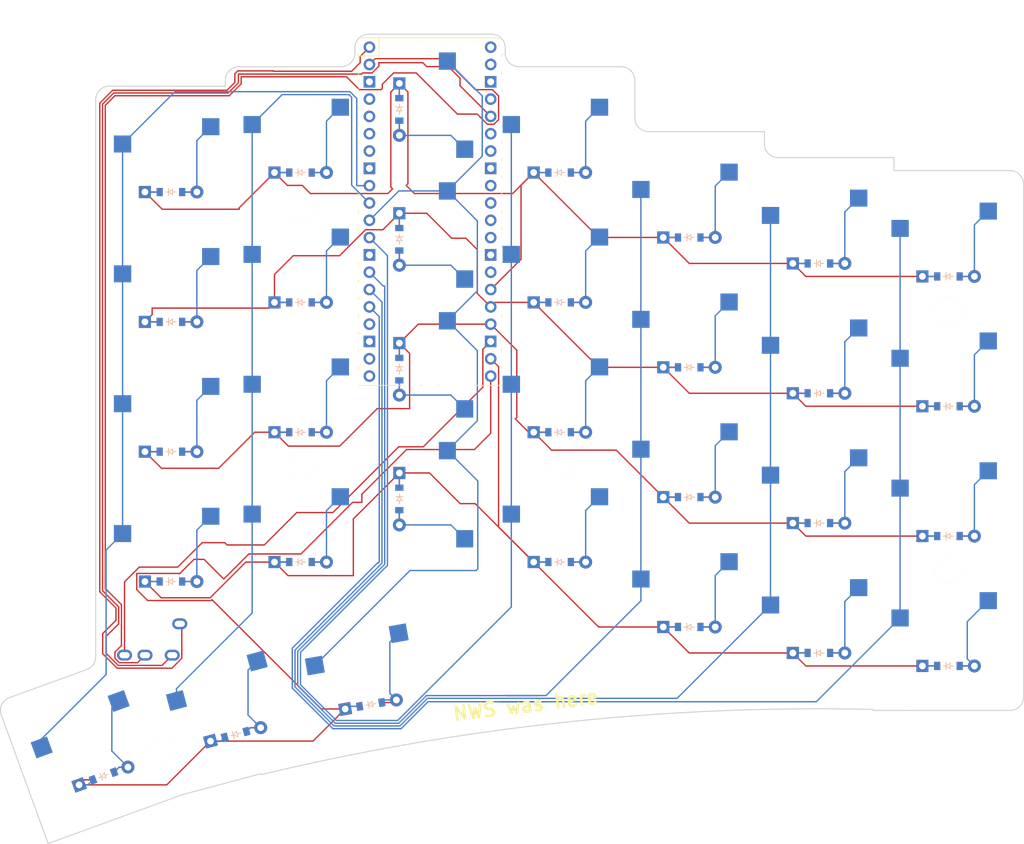
<source format=kicad_pcb>
(kicad_pcb (version 20241229) (generator "pcbnew") (generator_version "9.0")
  (title_block (title "right") (date "2025-08-21") (rev "v1.0.0") (company "Unknown"))
  (layers (0 "F.Cu" signal) (2 "B.Cu" signal) (13 "F.Paste" user) (15 "B.Paste" user) (5 "F.SilkS" user "F.Silkscreen") (7 "B.SilkS" user "B.Silkscreen") (1 "F.Mask" user) (3 "B.Mask" user) (25 "Edge.Cuts" user))
  (net 0 "")
  (net 1 "GP12")
  (net 2 "mirror_reachy_bottom")
  (net 3 "mirror_reachy_home")
  (net 4 "mirror_reachy_top")
  (net 5 "mirror_reachy_num")
  (net 6 "GP11")
  (net 7 "mirror_outer_bottom")
  (net 8 "mirror_outer_home")
  (net 9 "mirror_outer_top")
  (net 10 "mirror_outer_num")
  (net 11 "GP10")
  (net 12 "mirror_pinky_bottom")
  (net 13 "mirror_pinky_home")
  (net 14 "mirror_pinky_top")
  (net 15 "mirror_pinky_num")
  (net 16 "GP9")
  (net 17 "mirror_ring_bottom")
  (net 18 "mirror_ring_home")
  (net 19 "mirror_ring_top")
  (net 20 "mirror_ring_num")
  (net 21 "GP7")
  (net 22 "mirror_index_bottom")
  (net 23 "mirror_index_home")
  (net 24 "mirror_index_top")
  (net 25 "mirror_index_num")
  (net 26 "GP6")
  (net 27 "mirror_inner_bottom")
  (net 28 "mirror_inner_home")
  (net 29 "mirror_inner_top")
  (net 30 "mirror_inner_num")
  (net 31 "GP8")
  (net 32 "mirror_tuck_only")
  (net 33 "mirror_center_only")
  (net 34 "mirror_reach_only")
  (net 35 "mirror_middle_bottom")
  (net 36 "mirror_middle_home")
  (net 37 "mirror_middle_top")
  (net 38 "mirror_middle_num")
  (net 39 "GP17")
  (net 40 "GP18")
  (net 41 "GP19")
  (net 42 "GP20")
  (net 43 "GP16")
  (net 44 "3V3")
  (net 45 "GP0")
  (net 46 "GP1")
  (net 47 "GND")
  (net 48 "GP2")
  (net 49 "GP3")
  (net 50 "GP4")
  (net 51 "GP5")
  (net 52 "GP13")
  (net 53 "GP14")
  (net 54 "GP15")
  (net 55 "GP21")
  (net 56 "GP22")
  (net 57 "GP26")
  (net 58 "GP27")
  (net 59 "GP28")
  (net 60 "RUN")
  (net 61 "ADC_VREF")
  (net 62 "3V3_EN")
  (net 63 "VSYS")
  (net 64 "VBUS")
  (net 65 "AGND")
  (footprint "HOLE_M2_TH" (layer "F.Cu") (at 319 175.235)
    (property "Reference" "")
    (property "Value" "")
  )
  (footprint "ComboDiode" (layer "F.Cu") (at 281 189.26)
    (property "Reference" "D17" (hide yes))
    (property "Value" "" (hide yes))
  )
  (footprint "MX" (layer "F.Cu") (at 300 179.9975 -90)
    (property "Reference" "S28" (hide yes))
    (property "Value" "" (hide yes))
  )
  (footprint "HOLE_M2_TH" (layer "F.Cu") (at 281 175.235)
    (property "Reference" "")
    (property "Value" "")
  )
  (footprint "ComboDiode" (layer "F.Cu") (at 291.306417 210.146635 10)
    (property "Reference" "D25" (hide yes))
    (property "Value" "" (hide yes))
  )
  (footprint "MX" (layer "F.Cu") (at 338 194.285)
    (property "Reference" "S9" (hide yes))
    (property "Value" "" (hide yes))
  )
  (footprint "MX" (layer "F.Cu") (at 290.525 205.715 10)
    (property "Reference" "S25" (hide yes))
    (property "Value" "" (hide yes))
  )
  (footprint "ComboDiode" (layer "F.Cu") (at 271.486443 214.540617 15)
    (property "Reference" "D26" (hide yes))
    (property "Value" "" (hide yes))
  )
  (footprint "ComboDiode" (layer "F.Cu") (at 262 134.9675)
    (property "Reference" "D24" (hide yes))
    (property "Value" "" (hide yes))
  )
  (footprint "ComboDiode" (layer "F.Cu") (at 338 198.785)
    (property "Reference" "D9" (hide yes))
    (property "Value" "" (hide yes))
  )
  (footprint "ComboDiode" (layer "F.Cu") (at 338 160.685)
    (property "Reference" "D11" (hide yes))
    (property "Value" "" (hide yes))
  )
  (footprint "ComboDiode" (layer "F.Cu") (at 376 185.45)
    (property "Reference" "D2" (hide yes))
    (property "Value" "" (hide yes))
  )
  (footprint "ComboDiode" (layer "F.Cu") (at 262 154.0175)
    (property "Reference" "D23" (hide yes))
    (property "Value" "" (hide yes))
  )
  (footprint "MX" (layer "F.Cu") (at 319 146.66)
    (property "Reference" "S15" (hide yes))
    (property "Value" "" (hide yes))
  )
  (footprint "MX" (layer "F.Cu") (at 357 159.995)
    (property "Reference" "S7" (hide yes))
    (property "Value" "" (hide yes))
  )
  (footprint "ComboDiode" (layer "F.Cu") (at 295.5 179.9975 -90)
    (property "Reference" "D28" (hide yes))
    (property "Value" "" (hide yes))
  )
  (footprint "ComboDiode" (layer "F.Cu") (at 357 183.545)
    (property "Reference" "D6" (hide yes))
    (property "Value" "" (hide yes))
  )
  (footprint "MX" (layer "F.Cu") (at 262 130.4675)
    (property "Reference" "S24" (hide yes))
    (property "Value" "" (hide yes))
  )
  (footprint "MX" (layer "F.Cu") (at 319 127.61)
    (property "Reference" "S16" (hide yes))
    (property "Value" "" (hide yes))
  )
  (footprint "MX" (layer "F.Cu") (at 262 149.5175)
    (property "Reference" "S23" (hide yes))
    (property "Value" "" (hide yes))
  )
  (footprint "ComboDiode" (layer "F.Cu") (at 295.5 141.8975 -90)
    (property "Reference" "D30" (hide yes))
    (property "Value" "" (hide yes))
  )
  (footprint "MX" (layer "F.Cu") (at 376 180.95)
    (property "Reference" "S2" (hide yes))
    (property "Value" "" (hide yes))
  )
  (footprint "ComboDiode" (layer "F.Cu") (at 357 145.445)
    (property "Reference" "D8" (hide yes))
    (property "Value" "" (hide yes))
  )
  (footprint "MX" (layer "F.Cu") (at 319 165.71)
    (property "Reference" "S14" (hide yes))
    (property "Value" "" (hide yes))
  )
  (footprint "ComboDiode" (layer "F.Cu") (at 376 166.4)
    (property "Reference" "D3" (hide yes))
    (property "Value" "" (hide yes))
  )
  (footprint "MX" (layer "F.Cu") (at 376 200)
    (property "Reference" "S1" (hide yes))
    (property "Value" "" (hide yes))
  )
  (footprint "ComboDiode" (layer "F.Cu") (at 262 173.0675)
    (property "Reference" "D22" (hide yes))
    (property "Value" "" (hide yes))
  )
  (footprint "HOLE_M2_TH" (layer "F.Cu") (at 281 137.135)
    (property "Reference" "")
    (property "Value" "")
  )
  (footprint "ComboDiode" (layer "F.Cu") (at 295.5 122.8475 -90)
    (property "Reference" "D31" (hide yes))
    (property "Value" "" (hide yes))
  )
  (footprint "ComboDiode" (layer "F.Cu") (at 281 132.11)
    (property "Reference" "D20" (hide yes))
    (property "Value" "" (hide yes))
  )
  (footprint "MX" (layer "F.Cu") (at 281 165.71)
    (property "Reference" "S18" (hide yes))
    (property "Value" "" (hide yes))
  )
  (footprint "MX" (layer "F.Cu") (at 319 184.76)
    (property "Reference" "S13" (hide yes))
    (property "Value" "" (hide yes))
  )
  (footprint "MX" (layer "F.Cu") (at 357 198.095)
    (property "Reference" "S5" (hide yes))
    (property "Value" "" (hide yes))
  )
  (footprint "ComboDiode" (layer "F.Cu") (at 338 179.735)
    (property "Reference" "D10" (hide yes))
    (property "Value" "" (hide yes))
  )
  (footprint "MX" (layer "F.Cu") (at 281 127.61)
    (property "Reference" "S20" (hide yes))
    (property "Value" "" (hide yes))
  )
  (footprint "MX" (layer "F.Cu") (at 300 122.8475 -90)
    (property "Reference" "S31" (hide yes))
    (property "Value" "" (hide yes))
  )
  (footprint "ComboDiode" (layer "F.Cu") (at 295.5 160.9475 -90)
    (property "Reference" "D29" (hide yes))
    (property "Value" "" (hide yes))
  )
  (footprint "MX" (layer "F.Cu") (at 250.585761 216.416687 20)
    (property "Reference" "S27" (hide yes))
    (property "Value" "" (hide yes))
  )
  (footprint "ComboDiode" (layer "F.Cu") (at 319 189.26)
    (property "Reference" "D13" (hide yes))
    (property "Value" "" (hide yes))
  )
  (footprint "MX" (layer "F.Cu") (at 376 161.9)
    (property "Reference" "S3" (hide yes))
    (property "Value" "" (hide yes))
  )
  (footprint "MX" (layer "F.Cu") (at 338 156.185)
    (property "Reference" "S11" (hide yes))
    (property "Value" "" (hide yes))
  )
  (footprint "MX" (layer "F.Cu") (at 338 175.235)
    (property "Reference" "S10" (hide yes))
    (property "Value" "" (hide yes))
  )
  (footprint "ComboDiode" (layer "F.Cu") (at 281 170.21)
    (property "Reference" "D18" (hide yes))
    (property "Value" "" (hide yes))
  )
  (footprint "MX" (layer "F.Cu") (at 262 187.6175)
    (property "Reference" "S21" (hide yes))
    (property "Value" "" (hide yes))
  )
  (footprint "MX" (layer "F.Cu") (at 300 141.8975 -90)
    (property "Reference" "S30" (hide yes))
    (property "Value" "" (hide yes))
  )
  (footprint "MX" (layer "F.Cu") (at 262 168.5675)
    (property "Reference" "S22" (hide yes))
    (property "Value" "" (hide yes))
  )
  (footprint "ComboDiode" (layer "F.Cu") (at 338 141.635)
    (property "Reference" "D12" (hide yes))
    (property "Value" "" (hide yes))
  )
  (footprint "HOLE_M2_TH" (layer "F.Cu") (at 376 152.375)
    (property "Reference" "")
    (property "Value" "")
  )
  (footprint "ComboDiode" (layer "F.Cu") (at 262 192.1175)
    (property "Reference" "D21" (hide yes))
    (property "Value" "" (hide yes))
  )
  (footprint "ComboDiode" (layer "F.Cu") (at 319 170.21)
    (property "Reference" "D14" (hide yes))
    (property "Value" "" (hide yes))
  )
  (footprint "MX" (layer "F.Cu") (at 270.321758 210.193951 15)
    (property "Reference" "S26" (hide yes))
    (property "Value" "" (hide yes))
  )
  (footprint "ComboDiode" (layer "F.Cu") (at 281 151.16)
    (property "Reference" "D19" (hide yes))
    (property "Value" "" (hide yes))
  )
  (footprint "ComboDiode" (layer "F.Cu") (at 357 164.495)
    (property "Reference" "D7" (hide yes))
    (property "Value" "" (hide yes))
  )
  (footprint "MX" (layer "F.Cu") (at 281 184.76)
    (property "Reference" "S17" (hide yes))
    (property "Value" "" (hide yes))
  )
  (footprint "ComboDiode" (layer "F.Cu") (at 357 202.595)
    (property "Reference" "D5" (hide yes))
    (property "Value" "" (hide yes))
  )
  (footprint "HOLE_M2_TH" (layer "F.Cu") (at 260.83943 216.739174 20)
    (property "Reference" "")
    (property "Value" "")
  )
  (footprint "MX" (layer "F.Cu") (at 338 137.135)
    (property "Reference" "S12" (hide yes))
    (property "Value" "" (hide yes))
  )
  (footprint "MX" (layer "F.Cu") (at 281 146.66)
    (property "Reference" "S19" (hide yes))
    (property "Value" "" (hide yes))
  )
  (footprint "ComboDiode" (layer "F.Cu") (at 319 151.16)
    (property "Reference" "D15" (hide yes))
    (property "Value" "" (hide yes))
  )
  (footprint "HOLE_M2_TH" (layer "F.Cu") (at 376 190.475)
    (property "Reference" "")
    (property "Value" "")
  )
  (footprint "ComboDiode" (layer "F.Cu") (at 376 204.5)
    (property "Reference" "D1" (hide yes))
    (property "Value" "" (hide yes))
  )
  (footprint "ComboDiode" (layer "F.Cu") (at 376 147.35)
    (property "Reference" "D4" (hide yes))
    (property "Value" "" (hide yes))
  )
  (footprint "MX" (layer "F.Cu") (at 357 179.045)
    (property "Reference" "S6" (hide yes))
    (property "Value" "" (hide yes))
  )
  (footprint "MX" (layer "F.Cu") (at 300 160.9475 -90)
    (property "Reference" "S29" (hide yes))
    (property "Value" "" (hide yes))
  )
  (footprint "ComboDiode" (layer "F.Cu") (at 252.124852 220.645304 20)
    (property "Reference" "D27" (hide yes))
    (property "Value" "" (hide yes))
  )
  (footprint "RPi_Pico_SMD_TH" (layer "F.Cu") (at 300 137.8475)
    (property "Reference" "_1" (hide yes))
    (property "Value" "RPi_Pico_SMD_TH")
  )
  (footprint "ComboDiode" (layer "F.Cu") (at 319 132.11)
    (property "Reference" "D16" (hide yes))
    (property "Value" "" (hide yes))
  )
  (footprint "MX" (layer "F.Cu") (at 357 140.945)
    (property "Reference" "S8" (hide yes))
    (property "Value" "" (hide yes))
  )
  (footprint "MX" (layer "F.Cu") (at 376 142.85)
    (property "Reference" "S4" (hide yes))
    (property "Value" "" (hide yes))
  )
  (footprint "ceoloide:trrs_pj320a" (layer "B.Cu") (at 252 200.6175 90)
    (property "Reference" "TRRS1" (hide yes))
    (property "Value" "")
  )
  (gr_line (start 368.025 131.825) (end 368.025 129.92) (stroke (width 0.15)) (layer "Edge.Cuts"))
  (gr_arc (start 250.975 203.14204) (mid 250.613289 204.289175) (end 249.65904 205.021426) (stroke (width 0.15)) (layer "Edge.Cuts"))
  (gr_line (start 269.975 118.585) (end 269.975 119.4425) (stroke (width 0.15)) (layer "Edge.Cuts"))
  (gr_line (start 330.025 124.11) (end 330.025 118.585) (stroke (width 0.15)) (layer "Edge.Cuts"))
  (gr_arc (start 351.025 129.92) (mid 349.610786 129.334214) (end 349.025 127.92) (stroke (width 0.15)) (layer "Edge.Cuts"))
  (gr_line (start 249.65904 205.021426) (end 238.334263 209.143307) (stroke (width 0.15)) (layer "Edge.Cuts"))
  (gr_arc (start 385.025 131.825) (mid 386.439214 132.410786) (end 387.025 133.825) (stroke (width 0.15)) (layer "Edge.Cuts"))
  (gr_line (start 250.975 203.14204) (end 250.975 121.4425) (stroke (width 0.15)) (layer "Edge.Cuts"))
  (gr_line (start 364.975 210.878445) (end 364.975 211.025) (stroke (width 0.15)) (layer "Edge.Cuts"))
  (gr_line (start 311.025 114.585) (end 311.025 113.8225) (stroke (width 0.15)) (layer "Edge.Cuts"))
  (gr_line (start 263.636354 223.399219) (end 275.199969 220.300758) (stroke (width 0.15)) (layer "Edge.Cuts"))
  (gr_arc (start 328.025 116.585) (mid 329.439214 117.170786) (end 330.025 118.585) (stroke (width 0.15)) (layer "Edge.Cuts"))
  (gr_line (start 364.975 211.025) (end 369.848094 211.025) (stroke (width 0.15)) (layer "Edge.Cuts"))
  (gr_line (start 243.996422 230.54757) (end 263.636354 223.399219) (stroke (width 0.15)) (layer "Edge.Cuts"))
  (gr_line (start 269.975 119.4425) (end 252.975 119.4425) (stroke (width 0.15)) (layer "Edge.Cuts"))
  (gr_arc (start 369.848094 211.025) (mid 370.0674 211.033193) (end 370.286701 211.041524) (stroke (width 0.15)) (layer "Edge.Cuts"))
  (gr_arc (start 313.025 116.585) (mid 311.610786 115.999214) (end 311.025 114.585) (stroke (width 0.15)) (layer "Edge.Cuts"))
  (gr_line (start 387.025 209.025) (end 387.025 133.825) (stroke (width 0.15)) (layer "Edge.Cuts"))
  (gr_arc (start 269.975 118.585) (mid 270.560786 117.170786) (end 271.975 116.585) (stroke (width 0.15)) (layer "Edge.Cuts"))
  (gr_line (start 288.975 113.8225) (end 288.975 114.585) (stroke (width 0.15)) (layer "Edge.Cuts"))
  (gr_arc (start 288.975 114.585) (mid 288.389214 115.999214) (end 286.975 116.585) (stroke (width 0.15)) (layer "Edge.Cuts"))
  (gr_line (start 309.025 111.8225) (end 290.975 111.8225) (stroke (width 0.15)) (layer "Edge.Cuts"))
  (gr_arc (start 275.225539 220.445772) (mid 319.790574 212.75691) (end 364.975 210.878445) (stroke (width 0.15)) (layer "Edge.Cuts"))
  (gr_line (start 368.025 129.92) (end 351.025 129.92) (stroke (width 0.15)) (layer "Edge.Cuts"))
  (gr_line (start 385.025 131.825) (end 368.025 131.825) (stroke (width 0.15)) (layer "Edge.Cuts"))
  (gr_line (start 349.025 127.92) (end 349.025 126.11) (stroke (width 0.15)) (layer "Edge.Cuts"))
  (gr_line (start 286.975 116.585) (end 271.975 116.585) (stroke (width 0.15)) (layer "Edge.Cuts"))
  (gr_line (start 349.025 126.11) (end 332.025 126.11) (stroke (width 0.15)) (layer "Edge.Cuts"))
  (gr_line (start 370.286701 211.041524) (end 370.283787 211.025) (stroke (width 0.15)) (layer "Edge.Cuts"))
  (gr_line (start 237.138918 211.706733) (end 243.996422 230.54757) (stroke (width 0.15)) (layer "Edge.Cuts"))
  (gr_arc (start 387.025 209.025) (mid 386.439214 210.439214) (end 385.025 211.025) (stroke (width 0.15)) (layer "Edge.Cuts"))
  (gr_arc (start 309.025 111.8225) (mid 310.439214 112.408286) (end 311.025 113.8225) (stroke (width 0.15)) (layer "Edge.Cuts"))
  (gr_line (start 370.283787 211.025) (end 385.025 211.025) (stroke (width 0.15)) (layer "Edge.Cuts"))
  (gr_arc (start 250.975 121.4425) (mid 251.560786 120.028286) (end 252.975 119.4425) (stroke (width 0.15)) (layer "Edge.Cuts"))
  (gr_arc (start 237.138918 211.706733) (mid 237.205692 210.177461) (end 238.334263 209.143307) (stroke (width 0.15)) (layer "Edge.Cuts"))
  (gr_line (start 275.199969 220.300758) (end 275.225539 220.445772) (stroke (width 0.15)) (layer "Edge.Cuts"))
  (gr_arc (start 332.025 126.11) (mid 330.610786 125.524214) (end 330.025 124.11) (stroke (width 0.15)) (layer "Edge.Cuts"))
  (gr_line (start 328.025 116.585) (end 313.025 116.585) (stroke (width 0.15)) (layer "Edge.Cuts"))
  (gr_arc (start 288.975 113.8225) (mid 289.560786 112.408286) (end 290.975 111.8225) (stroke (width 0.15)) (layer "Edge.Cuts"))
  (gr_text "NWS was here" (at 303.170538 211.608663 7) (layer "F.SilkS") (effects (font (size 2 2) (thickness 0.4)) (justify left)))
  (segment (start 279.797 201.8859) (end 292.28355 189.39935) (width 0.2) (layer "B.Cu") (net 1))
  (segment (start 310.5 209.75) (end 310.25 209.75) (width 0.2) (layer "B.Cu") (net 1))
  (segment (start 368.915 140.31) (end 368.915 197.46) (width 0.2) (layer "B.Cu") (net 1))
  (segment (start 316.75 209.75) (end 314.5 209.75) (width 0.2) (layer "B.Cu") (net 1))
  (segment (start 314 209.75) (end 310.5 209.75) (width 0.2) (layer "B.Cu") (net 1))
  (segment (start 368.915 197.46) (end 356.625 209.75) (width 0.2) (layer "B.Cu") (net 1))
  (segment (start 295.7483 213.703) (end 285.7517 213.703) (width 0.2) (layer "B.Cu") (net 1))
  (segment (start 310.25 209.75) (end 299.7013 209.75) (width 0.2) (layer "B.Cu") (net 1))
  (segment (start 279.797 207.7483) (end 279.797 201.8859) (width 0.2) (layer "B.Cu") (net 1))
  (segment (start 314.5 209.75) (end 314 209.75) (width 0.2) (layer "B.Cu") (net 1))
  (segment (start 356.625 209.75) (end 316.75 209.75) (width 0.2) (layer "B.Cu") (net 1))
  (segment (start 292.28355 189.39935) (end 292.39935 189.39935) (width 0.2) (layer "B.Cu") (net 1))
  (segment (start 292.547 189.2517) (end 292.547 153.2545) (width 0.2) (layer "B.Cu") (net 1))
  (segment (start 292.39935 189.39935) (end 292.547 189.2517) (width 0.2) (layer "B.Cu") (net 1))
  (segment (start 292.547 153.2545) (end 291.11 151.8175) (width 0.2) (layer "B.Cu") (net 1))
  (segment (start 285.7517 213.703) (end 279.797 207.7483) (width 0.2) (layer "B.Cu") (net 1))
  (segment (start 310.25 209.75) (end 316.75 209.75) (width 0.2) (layer "B.Cu") (net 1))
  (segment (start 299.7013 209.75) (end 295.7483 213.703) (width 0.2) (layer "B.Cu") (net 1))
  (segment (start 314.5 209.75) (end 310.5 209.75) (width 0.2) (layer "B.Cu") (net 1))
  (segment (start 379.81 204.5) (end 377.65 204.5) (width 0.2) (layer "F.Cu") (net 2))
  (segment (start 381.842 194.92) (end 378.762 198) (width 0.2) (layer "B.Cu") (net 2))
  (segment (start 378.762 203.452) (end 379.81 204.5) (width 0.2) (layer "B.Cu") (net 2))
  (segment (start 379.81 204.5) (end 377.65 204.5) (width 0.2) (layer "B.Cu") (net 2))
  (segment (start 378.762 198) (end 378.762 203.452) (width 0.2) (layer "B.Cu") (net 2))
  (segment (start 379.81 185.45) (end 377.65 185.45) (width 0.2) (layer "F.Cu") (net 3))
  (segment (start 381.842 175.87) (end 379.81 177.902) (width 0.2) (layer "B.Cu") (net 3))
  (segment (start 379.81 177.902) (end 379.81 185.45) (width 0.2) (layer "B.Cu") (net 3))
  (segment (start 377.65 185.45) (end 379.81 185.45) (width 0.2) (layer "B.Cu") (net 3))
  (segment (start 379.81 166.4) (end 377.65 166.4) (width 0.2) (layer "F.Cu") (net 4))
  (segment (start 381.842 156.82) (end 379.81 158.852) (width 0.2) (layer "B.Cu") (net 4))
  (segment (start 379.81 158.852) (end 379.81 166.4) (width 0.2) (layer "B.Cu") (net 4))
  (segment (start 379.81 166.4) (end 377.65 166.4) (width 0.2) (layer "B.Cu") (net 4))
  (segment (start 379.81 147.35) (end 377.65 147.35) (width 0.2) (layer "F.Cu") (net 5))
  (segment (start 381.842 137.77) (end 379.81 139.802) (width 0.2) (layer "B.Cu") (net 5))
  (segment (start 379.81 139.802) (end 379.81 147.35) (width 0.2) (layer "B.Cu") (net 5))
  (segment (start 377.65 147.35) (end 379.81 147.35) (width 0.2) (layer "B.Cu") (net 5))
  (segment (start 299.6342 209.25) (end 311.5 209.25) (width 0.2) (layer "B.Cu") (net 6))
  (segment (start 280.198 202.1678) (end 280.198 207.5822) (width 0.2) (layer "B.Cu") (net 6))
  (segment (start 349.915 195.555) (end 336.22 209.25) (width 0.2) (layer "B.Cu") (net 6))
  (segment (start 311.5 209.25) (end 315.5 209.25) (width 0.2) (layer "B.Cu") (net 6))
  (segment (start 315.5 209.25) (end 314.25 209.25) (width 0.2) (layer "B.Cu") (net 6))
  (segment (start 314.25 209.25) (end 311.5 209.25) (width 0.2) (layer "B.Cu") (net 6))
  (segment (start 291.11 149.2775) (end 292.948 151.1155) (width 0.2) (layer "B.Cu") (net 6))
  (segment (start 336.22 209.25) (end 315.5 209.25) (width 0.2) (layer "B.Cu") (net 6))
  (segment (start 292.948 189.4178) (end 280.198 202.1678) (width 0.2) (layer "B.Cu") (net 6))
  (segment (start 292.948 151.1155) (end 292.948 189.4178) (width 0.2) (layer "B.Cu") (net 6))
  (segment (start 295.5822 213.302) (end 299.6342 209.25) (width 0.2) (layer "B.Cu") (net 6))
  (segment (start 280.198 207.5822) (end 285.9178 213.302) (width 0.2) (layer "B.Cu") (net 6))
  (segment (start 285.9178 213.302) (end 295.5822 213.302) (width 0.2) (layer "B.Cu") (net 6))
  (segment (start 349.915 138.405) (end 349.915 195.555) (width 0.2) (layer "B.Cu") (net 6))
  (segment (start 360.81 202.595) (end 358.65 202.595) (width 0.2) (layer "F.Cu") (net 7))
  (segment (start 360.81 195.047) (end 360.81 202.595) (width 0.2) (layer "B.Cu") (net 7))
  (segment (start 360.81 202.595) (end 358.65 202.595) (width 0.2) (layer "B.Cu") (net 7))
  (segment (start 362.842 193.015) (end 360.81 195.047) (width 0.2) (layer "B.Cu") (net 7))
  (segment (start 360.81 183.545) (end 358.65 183.545) (width 0.2) (layer "F.Cu") (net 8))
  (segment (start 358.65 183.545) (end 360.81 183.545) (width 0.2) (layer "B.Cu") (net 8))
  (segment (start 362.842 173.965) (end 360.81 175.997) (width 0.2) (layer "B.Cu") (net 8))
  (segment (start 360.81 175.997) (end 360.81 183.545) (width 0.2) (layer "B.Cu") (net 8))
  (segment (start 360.81 164.495) (end 358.65 164.495) (width 0.2) (layer "F.Cu") (net 9))
  (segment (start 360.81 164.495) (end 358.65 164.495) (width 0.2) (layer "B.Cu") (net 9))
  (segment (start 362.842 154.915) (end 360.81 156.947) (width 0.2) (layer "B.Cu") (net 9))
  (segment (start 360.81 156.947) (end 360.81 164.495) (width 0.2) (layer "B.Cu") (net 9))
  (segment (start 360.81 145.445) (end 358.65 145.445) (width 0.2) (layer "F.Cu") (net 10))
  (segment (start 362.842 135.865) (end 360.81 137.897) (width 0.2) (layer "B.Cu") (net 10))
  (segment (start 360.81 137.897) (end 360.81 145.445) (width 0.2) (layer "B.Cu") (net 10))
  (segment (start 358.65 145.445) (end 360.81 145.445) (width 0.2) (layer "B.Cu") (net 10))
  (segment (start 313.5 208.849) (end 311.25 208.849) (width 0.2) (layer "B.Cu") (net 11))
  (segment (start 330.915 194.934) (end 317 208.849) (width 0.2) (layer "B.Cu") (net 11))
  (segment (start 330.915 134.595) (end 330.915 191.745) (width 0.2) (layer "B.Cu") (net 11))
  (segment (start 295.4161 212.901) (end 286.0839 212.901) (width 0.2) (layer "B.Cu") (net 11))
  (segment (start 293.349 148.75) (end 293.1225 148.75) (width 0.2) (layer "B.Cu") (net 11))
  (segment (start 311.25 208.849) (end 299.4681 208.849) (width 0.2) (layer "B.Cu") (net 11))
  (segment (start 315.75 208.849) (end 311.25 208.849) (width 0.2) (layer "B.Cu") (net 11))
  (segment (start 293.349 189.5839) (end 293.349 148.75) (width 0.2) (layer "B.Cu") (net 11))
  (segment (start 315.75 208.849) (end 313.5 208.849) (width 0.2) (layer "B.Cu") (net 11))
  (segment (start 280.599 202.3339) (end 293.349 189.5839) (width 0.2) (layer "B.Cu") (net 11))
  (segment (start 286.0839 212.901) (end 280.599 207.4161) (width 0.2) (layer "B.Cu") (net 11))
  (segment (start 299.4681 208.849) (end 295.4161 212.901) (width 0.2) (layer "B.Cu") (net 11))
  (segment (start 330.915 191.745) (end 330.915 194.934) (width 0.2) (layer "B.Cu") (net 11))
  (segment (start 293.1225 148.75) (end 291.11 146.7375) (width 0.2) (layer "B.Cu") (net 11))
  (segment (start 317 208.849) (end 315.75 208.849) (width 0.2) (layer "B.Cu") (net 11))
  (segment (start 280.599 207.4161) (end 280.599 202.3339) (width 0.2) (layer "B.Cu") (net 11))
  (segment (start 341.81 198.785) (end 339.65 198.785) (width 0.2) (layer "F.Cu") (net 12))
  (segment (start 343.842 189.205) (end 341.81 191.237) (width 0.2) (layer "B.Cu") (net 12))
  (segment (start 341.81 191.237) (end 341.81 198.785) (width 0.2) (layer "B.Cu") (net 12))
  (segment (start 341.81 198.785) (end 339.65 198.785) (width 0.2) (layer "B.Cu") (net 12))
  (segment (start 341.81 179.735) (end 339.65 179.735) (width 0.2) (layer "F.Cu") (net 13))
  (segment (start 341.81 179.735) (end 339.65 179.735) (width 0.2) (layer "B.Cu") (net 13))
  (segment (start 343.842 170.155) (end 341.81 172.187) (width 0.2) (layer "B.Cu") (net 13))
  (segment (start 341.81 172.187) (end 341.81 179.735) (width 0.2) (layer "B.Cu") (net 13))
  (segment (start 341.81 160.685) (end 339.65 160.685) (width 0.2) (layer "F.Cu") (net 14))
  (segment (start 341.81 160.685) (end 339.65 160.685) (width 0.2) (layer "B.Cu") (net 14))
  (segment (start 343.842 151.105) (end 341.81 153.137) (width 0.2) (layer "B.Cu") (net 14))
  (segment (start 341.81 153.137) (end 341.81 160.685) (width 0.2) (layer "B.Cu") (net 14))
  (segment (start 341.81 141.635) (end 339.65 141.635) (width 0.2) (layer "F.Cu") (net 15))
  (segment (start 343.842 132.055) (end 341.81 134.087) (width 0.2) (layer "B.Cu") (net 15))
  (segment (start 341.81 141.635) (end 339.65 141.635) (width 0.2) (layer "B.Cu") (net 15))
  (segment (start 341.81 134.087) (end 341.81 141.635) (width 0.2) (layer "B.Cu") (net 15))
  (segment (start 295.25 212.5) (end 286.25 212.5) (width 0.2) (layer "B.Cu") (net 16))
  (segment (start 311.915 195.835) (end 295.25 212.5) (width 0.2) (layer "B.Cu") (net 16))
  (segment (start 293.75 144.2975) (end 291.11 141.6575) (width 0.2) (layer "B.Cu") (net 16))
  (segment (start 311.915 182.22) (end 311.915 195.835) (width 0.2) (layer "B.Cu") (net 16))
  (segment (start 286.25 212.5) (end 281 207.25) (width 0.2) (layer "B.Cu") (net 16))
  (segment (start 281 207.25) (end 281 202.5) (width 0.2) (layer "B.Cu") (net 16))
  (segment (start 281 202.5) (end 293.75 189.75) (width 0.2) (layer "B.Cu") (net 16))
  (segment (start 311.915 125.07) (end 311.915 182.22) (width 0.2) (layer "B.Cu") (net 16))
  (segment (start 293.75 189.75) (end 293.75 144.2975) (width 0.2) (layer "B.Cu") (net 16))
  (segment (start 322.81 189.26) (end 320.65 189.26) (width 0.2) (layer "F.Cu") (net 17))
  (segment (start 322.81 189.26) (end 320.65 189.26) (width 0.2) (layer "B.Cu") (net 17))
  (segment (start 324.842 179.68) (end 322.81 181.712) (width 0.2) (layer "B.Cu") (net 17))
  (segment (start 322.81 181.712) (end 322.81 189.26) (width 0.2) (layer "B.Cu") (net 17))
  (segment (start 322.81 170.21) (end 320.65 170.21) (width 0.2) (layer "F.Cu") (net 18))
  (segment (start 322.81 162.662) (end 322.81 170.21) (width 0.2) (layer "B.Cu") (net 18))
  (segment (start 320.65 170.21) (end 322.81 170.21) (width 0.2) (layer "B.Cu") (net 18))
  (segment (start 324.842 160.63) (end 322.81 162.662) (width 0.2) (layer "B.Cu") (net 18))
  (segment (start 322.81 151.16) (end 320.65 151.16) (width 0.2) (layer "F.Cu") (net 19))
  (segment (start 322.81 151.16) (end 320.65 151.16) (width 0.2) (layer "B.Cu") (net 19))
  (segment (start 324.842 141.58) (end 322.81 143.612) (width 0.2) (layer "B.Cu") (net 19))
  (segment (start 322.81 143.612) (end 322.81 151.16) (width 0.2) (layer "B.Cu") (net 19))
  (segment (start 322.81 132.11) (end 320.65 132.11) (width 0.2) (layer "F.Cu") (net 20))
  (segment (start 324.842 122.53) (end 322.81 124.562) (width 0.2) (layer "B.Cu") (net 20))
  (segment (start 322.81 132.11) (end 320.65 132.11) (width 0.2) (layer "B.Cu") (net 20))
  (segment (start 322.81 124.562) (end 322.81 132.11) (width 0.2) (layer "B.Cu") (net 20))
  (segment (start 273.915 196.733464) (end 262.820773 207.827691) (width 0.2) (layer "B.Cu") (net 21))
  (segment (start 288.5 133.9675) (end 291.11 136.5775) (width 0.2) (layer "B.Cu") (net 21))
  (segment (start 273.915 125.07) (end 278.306 120.679) (width 0.2) (layer "B.Cu") (net 21))
  (segment (start 278.306 120.679) (end 288.118 120.679) (width 0.2) (layer "B.Cu") (net 21))
  (segment (start 288.118 120.679) (end 288.5 121.061) (width 0.2) (layer "B.Cu") (net 21))
  (segment (start 273.915 182.22) (end 273.915 196.733464) (width 0.2) (layer "B.Cu") (net 21))
  (segment (start 273.915 125.07) (end 273.915 182.22) (width 0.2) (layer "B.Cu") (net 21))
  (segment (start 288.5 121.061) (end 288.5 133.9675) (width 0.2) (layer "B.Cu") (net 21))
  (segment (start 262.820773 207.827691) (end 262.820773 209.574232) (width 0.2) (layer "B.Cu") (net 21))
  (segment (start 284.81 189.26) (end 282.65 189.26) (width 0.2) (layer "F.Cu") (net 22))
  (segment (start 286.842 179.68) (end 284.81 181.712) (width 0.2) (layer "B.Cu") (net 22))
  (segment (start 284.81 189.26) (end 282.65 189.26) (width 0.2) (layer "B.Cu") (net 22))
  (segment (start 284.81 181.712) (end 284.81 189.26) (width 0.2) (layer "B.Cu") (net 22))
  (segment (start 282.65 170.21) (end 284.81 170.21) (width 0.2) (layer "F.Cu") (net 23))
  (segment (start 286.842 160.63) (end 284.81 162.662) (width 0.2) (layer "B.Cu") (net 23))
  (segment (start 284.81 162.662) (end 284.81 170.21) (width 0.2) (layer "B.Cu") (net 23))
  (segment (start 284.81 170.21) (end 282.65 170.21) (width 0.2) (layer "B.Cu") (net 23))
  (segment (start 284.81 151.16) (end 282.65 151.16) (width 0.2) (layer "F.Cu") (net 24))
  (segment (start 286.842 141.58) (end 284.81 143.612) (width 0.2) (layer "B.Cu") (net 24))
  (segment (start 284.81 143.612) (end 284.81 151.16) (width 0.2) (layer "B.Cu") (net 24))
  (segment (start 282.65 151.16) (end 284.81 151.16) (width 0.2) (layer "B.Cu") (net 24))
  (segment (start 284.81 132.11) (end 282.65 132.11) (width 0.2) (layer "F.Cu") (net 25))
  (segment (start 284.81 132.11) (end 282.65 132.11) (width 0.2) (layer "B.Cu") (net 25))
  (segment (start 284.81 124.562) (end 284.81 132.11) (width 0.2) (layer "B.Cu") (net 25))
  (segment (start 286.842 122.53) (end 284.81 124.562) (width 0.2) (layer "B.Cu") (net 25))
  (segment (start 254.915 127.9275) (end 254.915 185.0775) (width 0.2) (layer "B.Cu") (net 26))
  (segment (start 289.25 121.2439) (end 289.25 134) (width 0.2) (layer "B.Cu") (net 26))
  (segment (start 288.2561 120.25) (end 289.25 121.2439) (width 0.2) (layer "B.Cu") (net 26))
  (segment (start 252.5 205.75) (end 243.059308 215.190692) (width 0.2) (layer "B.Cu") (net 26))
  (segment (start 289.25 134) (end 289.2875 134.0375) (width 0.2) (layer "B.Cu") (net 26))
  (segment (start 243.059308 215.190692) (end 243.059308 216.45308) (width 0.2) (layer "B.Cu") (net 26))
  (segment (start 252.5 187.4925) (end 252.5 205.75) (width 0.2) (layer "B.Cu") (net 26))
  (segment (start 254.915 127.9275) (end 262.5925 120.25) (width 0.2) (layer "B.Cu") (net 26))
  (segment (start 289.2875 134.0375) (end 291.11 134.0375) (width 0.2) (layer "B.Cu") (net 26))
  (segment (start 254.915 185.0775) (end 252.5 187.4925) (width 0.2) (layer "B.Cu") (net 26))
  (segment (start 262.5925 120.25) (end 288.2561 120.25) (width 0.2) (layer "B.Cu") (net 26))
  (segment (start 265.81 192.1175) (end 263.65 192.1175) (width 0.2) (layer "F.Cu") (net 27))
  (segment (start 265.81 192.1175) (end 263.65 192.1175) (width 0.2) (layer "B.Cu") (net 27))
  (segment (start 265.81 184.5695) (end 265.81 192.1175) (width 0.2) (layer "B.Cu") (net 27))
  (segment (start 267.842 182.5375) (end 265.81 184.5695) (width 0.2) (layer "B.Cu") (net 27))
  (segment (start 265.81 173.0675) (end 263.65 173.0675) (width 0.2) (layer "F.Cu") (net 28))
  (segment (start 265.81 173.0675) (end 263.65 173.0675) (width 0.2) (layer "B.Cu") (net 28))
  (segment (start 265.81 165.5195) (end 265.81 173.0675) (width 0.2) (layer "B.Cu") (net 28))
  (segment (start 267.842 163.4875) (end 265.81 165.5195) (width 0.2) (layer "B.Cu") (net 28))
  (segment (start 265.81 154.0175) (end 263.65 154.0175) (width 0.2) (layer "F.Cu") (net 29))
  (segment (start 265.81 146.4695) (end 265.81 154.0175) (width 0.2) (layer "B.Cu") (net 29))
  (segment (start 263.65 154.0175) (end 265.81 154.0175) (width 0.2) (layer "B.Cu") (net 29))
  (segment (start 267.842 144.4375) (end 265.81 146.4695) (width 0.2) (layer "B.Cu") (net 29))
  (segment (start 265.81 134.9675) (end 263.65 134.9675) (width 0.2) (layer "F.Cu") (net 30))
  (segment (start 265.81 127.4195) (end 265.81 134.9675) (width 0.2) (layer "B.Cu") (net 30))
  (segment (start 267.842 125.3875) (end 265.81 127.4195) (width 0.2) (layer "B.Cu") (net 30))
  (segment (start 265.81 134.9675) (end 263.65 134.9675) (width 0.2) (layer "B.Cu") (net 30))
  (segment (start 307.6485 129.704) (end 302.54 134.8125) (width 0.2) (layer "B.Cu") (net 31))
  (segment (start 302.54 134.8125) (end 306.931 139.2035) (width 0.2) (layer "B.Cu") (net 31))
  (segment (start 302.54 115.7625) (end 307.6485 120.871) (width 0.2) (layer "B.Cu") (net 31))
  (segment (start 302.54 153.8625) (end 306.931 158.2535) (width 0.2) (layer "B.Cu") (net 31))
  (segment (start 307.6485 120.871) (end 307.6485 129.704) (width 0.2) (layer "B.Cu") (net 31))
  (segment (start 302.54 134.8125) (end 295.415 134.8125) (width 0.2) (layer "B.Cu") (net 31))
  (segment (start 307 177.3725) (end 307 190.25) (width 0.2) (layer "B.Cu") (net 31))
  (segment (start 306.931 139.2035) (end 306.931 149.4715) (width 0.2) (layer "B.Cu") (net 31))
  (segment (start 306.931 168.5215) (end 302.54 172.9125) (width 0.2) (layer "B.Cu") (net 31))
  (segment (start 295.415 134.8125) (end 291.11 139.1175) (width 0.2) (layer "B.Cu") (net 31))
  (segment (start 307 190.25) (end 306.75 190.5) (width 0.2) (layer "B.Cu") (net 31))
  (segment (start 306.75 190.5) (end 297.050457 190.5) (width 0.2) (layer "B.Cu") (net 31))
  (segment (start 297.050457 190.5) (end 283.106571 204.443886) (width 0.2) (layer "B.Cu") (net 31))
  (segment (start 306.931 149.4715) (end 302.54 153.8625) (width 0.2) (layer "B.Cu") (net 31))
  (segment (start 302.54 172.9125) (end 307 177.3725) (width 0.2) (layer "B.Cu") (net 31))
  (segment (start 306.931 158.2535) (end 306.931 168.5215) (width 0.2) (layer "B.Cu") (net 31))
  (segment (start 292.93135 209.860116) (end 294.683454 209.860116) (width 0.2) (layer "F.Cu") (net 32))
  (segment (start 294.683454 209.860116) (end 295.058535 209.485035) (width 0.2) (layer "F.Cu") (net 32))
  (segment (start 295.396114 199.697724) (end 294.106035 200.987803) (width 0.2) (layer "B.Cu") (net 32))
  (segment (start 293.306431 209.485035) (end 292.93135 209.860116) (width 0.2) (layer "B.Cu") (net 32))
  (segment (start 294.106035 208.532535) (end 295.058535 209.485035) (width 0.2) (layer "B.Cu") (net 32))
  (segment (start 294.106035 200.987803) (end 294.106035 208.532535) (width 0.2) (layer "B.Cu") (net 32))
  (segment (start 295.058535 209.485035) (end 293.306431 209.485035) (width 0.2) (layer "B.Cu") (net 32))
  (segment (start 273.639271 213.554516) (end 275.16662 213.554516) (width 0.2) (layer "F.Cu") (net 33))
  (segment (start 273.080221 214.113566) (end 273.639271 213.554516) (width 0.2) (layer "F.Cu") (net 33))
  (segment (start 273.639271 213.554516) (end 273.080221 214.113566) (width 0.2) (layer "B.Cu") (net 33))
  (segment (start 273.311409 211.699305) (end 275.16662 213.554516) (width 0.2) (layer "B.Cu") (net 33))
  (segment (start 274.649896 203.775027) (end 273.311409 205.113514) (width 0.2) (layer "B.Cu") (net 33))
  (segment (start 275.16662 213.554516) (end 273.639271 213.554516) (width 0.2) (layer "B.Cu") (net 33))
  (segment (start 273.311409 205.113514) (end 273.311409 211.699305) (width 0.2) (layer "B.Cu") (net 33))
  (segment (start 254.414109 219.342207) (end 255.705081 219.342207) (width 0.2) (layer "F.Cu") (net 34))
  (segment (start 253.675345 220.080971) (end 254.414109 219.342207) (width 0.2) (layer "F.Cu") (net 34))
  (segment (start 253.34322 216.980346) (end 255.705081 219.342207) (width 0.2) (layer "B.Cu") (net 34))
  (segment (start 254.337983 209.644967) (end 253.34322 210.63973) (width 0.2) (layer "B.Cu") (net 34))
  (segment (start 254.414109 219.342207) (end 253.675345 220.080971) (width 0.2) (layer "B.Cu") (net 34))
  (segment (start 255.705081 219.342207) (end 254.414109 219.342207) (width 0.2) (layer "B.Cu") (net 34))
  (segment (start 253.34322 210.63973) (end 253.34322 216.980346) (width 0.2) (layer "B.Cu") (net 34))
  (segment (start 295.5 183.8075) (end 295.5 181.6475) (width 0.2) (layer "F.Cu") (net 35))
  (segment (start 295.5 181.6475) (end 295.5 183.8075) (width 0.2) (layer "B.Cu") (net 35))
  (segment (start 303.048 183.8075) (end 295.5 183.8075) (width 0.2) (layer "B.Cu") (net 35))
  (segment (start 305.08 185.8395) (end 303.048 183.8075) (width 0.2) (layer "B.Cu") (net 35))
  (segment (start 295.5 164.7575) (end 295.5 162.5975) (width 0.2) (layer "F.Cu") (net 36))
  (segment (start 295.5 164.7575) (end 295.5 162.5975) (width 0.2) (layer "B.Cu") (net 36))
  (segment (start 305.08 166.7895) (end 303.048 164.7575) (width 0.2) (layer "B.Cu") (net 36))
  (segment (start 303.048 164.7575) (end 295.5 164.7575) (width 0.2) (layer "B.Cu") (net 36))
  (segment (start 295.5 145.7075) (end 295.5 143.5475) (width 0.2) (layer "F.Cu") (net 37))
  (segment (start 303.048 145.7075) (end 295.5 145.7075) (width 0.2) (layer "B.Cu") (net 37))
  (segment (start 295.5 143.5475) (end 295.5 145.7075) (width 0.2) (layer "B.Cu") (net 37))
  (segment (start 305.08 147.7395) (end 303.048 145.7075) (width 0.2) (layer "B.Cu") (net 37))
  (segment (start 295.5 126.6575) (end 295.5 124.4975) (width 0.2) (layer "F.Cu") (net 38))
  (segment (start 295.5 126.6575) (end 295.5 124.4975) (width 0.2) (layer "B.Cu") (net 38))
  (segment (start 303.048 126.6575) (end 295.5 126.6575) (width 0.2) (layer "B.Cu") (net 38))
  (segment (start 305.08 128.6895) (end 303.048 126.6575) (width 0.2) (layer "B.Cu") (net 38))
  (segment (start 272.99 189.26) (end 277.19 189.26) (width 0.2) (layer "F.Cu") (net 39))
  (segment (start 277.19 189.26) (end 279.18 191.25) (width 0.2) (layer "F.Cu") (net 39))
  (segment (start 306.6165 180.6865) (end 315.19 189.26) (width 0.2) (layer "F.Cu") (net 39))
  (segment (start 310.041 184.111) (end 310.041 160.5885) (width 0.2) (layer "F.Cu") (net 39))
  (segment (start 372.19 204.5) (end 355.095 204.5) (width 0.2) (layer "F.Cu") (net 39))
  (segment (start 258.19 192.1175) (end 260.5725 194.5) (width 0.2) (layer "F.Cu") (net 39))
  (segment (start 295.5 176.1875) (end 295.5 178.3475) (width 0.2) (layer "F.Cu") (net 39))
  (segment (start 260.5725 194.5) (end 267.75 194.5) (width 0.2) (layer "F.Cu") (net 39))
  (segment (start 279.35 189.26) (end 277.19 189.26) (width 0.2) (layer "F.Cu") (net 39))
  (segment (start 355.35 202.595) (end 353.19 202.595) (width 0.2) (layer "F.Cu") (net 39))
  (segment (start 317.35 189.26) (end 315.19 189.26) (width 0.2) (layer "F.Cu") (net 39))
  (segment (start 334.19 198.785) (end 324.715 198.785) (width 0.2) (layer "F.Cu") (net 39))
  (segment (start 288.75 191.25) (end 288.75 182.9375) (width 0.2) (layer "F.Cu") (net 39))
  (segment (start 338 202.595) (end 334.19 198.785) (width 0.2) (layer "F.Cu") (net 39))
  (segment (start 304.421291 180.6865) (end 306.6165 180.6865) (width 0.2) (layer "F.Cu") (net 39))
  (segment (start 324.715 198.785) (end 315.19 189.26) (width 0.2) (layer "F.Cu") (net 39))
  (segment (start 295.5 176.1875) (end 299.922291 176.1875) (width 0.2) (layer "F.Cu") (net 39))
  (segment (start 374.35 204.5) (end 372.19 204.5) (width 0.2) (layer "F.Cu") (net 39))
  (segment (start 288.75 182.9375) (end 295.5 176.1875) (width 0.2) (layer "F.Cu") (net 39))
  (segment (start 260.35 192.1175) (end 258.19 192.1175) (width 0.2) (layer "F.Cu") (net 39))
  (segment (start 267.75 194.5) (end 272.99 189.26) (width 0.2) (layer "F.Cu") (net 39))
  (segment (start 355.095 204.5) (end 353.19 202.595) (width 0.2) (layer "F.Cu") (net 39))
  (segment (start 336.35 198.785) (end 334.19 198.785) (width 0.2) (layer "F.Cu") (net 39))
  (segment (start 299.922291 176.1875) (end 304.421291 180.6865) (width 0.2) (layer "F.Cu") (net 39))
  (segment (start 315.19 189.26) (end 310.041 184.111) (width 0.2) (layer "F.Cu") (net 39))
  (segment (start 353.19 202.595) (end 338 202.595) (width 0.2) (layer "F.Cu") (net 39))
  (segment (start 310.041 160.5885) (end 308.89 159.4375) (width 0.2) (layer "F.Cu") (net 39))
  (segment (start 279.18 191.25) (end 288.75 191.25) (width 0.2) (layer "F.Cu") (net 39))
  (segment (start 336.35 198.785) (end 334.19 198.785) (width 0.2) (layer "B.Cu") (net 39))
  (segment (start 295.5 176.1875) (end 295.5 178.3475) (width 0.2) (layer "B.Cu") (net 39))
  (segment (start 279.35 189.26) (end 277.19 189.26) (width 0.2) (layer "B.Cu") (net 39))
  (segment (start 355.35 202.595) (end 353.19 202.595) (width 0.2) (layer "B.Cu") (net 39))
  (segment (start 317.35 189.26) (end 315.19 189.26) (width 0.2) (layer "B.Cu") (net 39))
  (segment (start 260.35 192.1175) (end 258.19 192.1175) (width 0.2) (layer "B.Cu") (net 39))
  (segment (start 374.35 204.5) (end 372.19 204.5) (width 0.2) (layer "B.Cu") (net 39))
  (segment (start 277.19 170.21) (end 279.35 170.21) (width 0.2) (layer "F.Cu") (net 40))
  (segment (start 336.35 179.735) (end 334.19 179.735) (width 0.2) (layer "F.Cu") (net 40))
  (segment (start 317.35 170.21) (end 315.19 170.21) (width 0.2) (layer "F.Cu") (net 40))
  (segment (start 260.35 173.0675) (end 258.19 173.0675) (width 0.2) (layer "F.Cu") (net 40))
  (segment (start 312.7181 168.0319) (end 312.5 168.25) (width 0.2) (layer "F.Cu") (net 40))
  (segment (start 312.7181 158.1856) (end 312.7181 168.0319) (width 0.2) (layer "F.Cu") (net 40))
  (segment (start 338 183.545) (end 334.19 179.735) (width 0.2) (layer "F.Cu") (net 40))
  (segment (start 260.6225 175.5) (end 269 175.5) (width 0.2) (layer "F.Cu") (net 40))
  (segment (start 298.28 154.3575) (end 308.89 154.3575) (width 0.2) (layer "F.Cu") (net 40))
  (segment (start 314.46 170.21) (end 315.19 170.21) (width 0.2) (layer "F.Cu") (net 40))
  (segment (start 308.89 154.3575) (end 312.7181 158.1856) (width 0.2) (layer "F.Cu") (net 40))
  (segment (start 295.5 157.1375) (end 295.5 159.2975) (width 0.2) (layer "F.Cu") (net 40))
  (segment (start 297 166.75) (end 297 158.6375) (width 0.2) (layer "F.Cu") (net 40))
  (segment (start 269 175.5) (end 274.29 170.21) (width 0.2) (layer "F.Cu") (net 40))
  (segment (start 374.35 185.45) (end 372.19 185.45) (width 0.2) (layer "F.Cu") (net 40))
  (segment (start 372.19 185.45) (end 355.095 185.45) (width 0.2) (layer "F.Cu") (net 40))
  (segment (start 286.75 172.25) (end 292.25 166.75) (width 0.2) (layer "F.Cu") (net 40))
  (segment (start 327.289 172.834) (end 317.814 172.834) (width 0.2) (layer "F.Cu") (net 40))
  (segment (start 292.25 166.75) (end 297 166.75) (width 0.2) (layer "F.Cu") (net 40))
  (segment (start 312.5 168.25) (end 314.46 170.21) (width 0.2) (layer "F.Cu") (net 40))
  (segment (start 258.19 173.0675) (end 260.6225 175.5) (width 0.2) (layer "F.Cu") (net 40))
  (segment (start 334.19 179.735) (end 327.289 172.834) (width 0.2) (layer "F.Cu") (net 40))
  (segment (start 355.095 185.45) (end 353.19 183.545) (width 0.2) (layer "F.Cu") (net 40))
  (segment (start 295.5 157.1375) (end 298.28 154.3575) (width 0.2) (layer "F.Cu") (net 40))
  (segment (start 297 158.6375) (end 295.5 157.1375) (width 0.2) (layer "F.Cu") (net 40))
  (segment (start 277.19 170.21) (end 279.23 172.25) (width 0.2) (layer "F.Cu") (net 40))
  (segment (start 279.23 172.25) (end 286.75 172.25) (width 0.2) (layer "F.Cu") (net 40))
  (segment (start 355.35 183.545) (end 353.19 183.545) (width 0.2) (layer "F.Cu") (net 40))
  (segment (start 274.29 170.21) (end 277.19 170.21) (width 0.2) (layer "F.Cu") (net 40))
  (segment (start 353.19 183.545) (end 338 183.545) (width 0.2) (layer "F.Cu") (net 40))
  (segment (start 317.814 172.834) (end 315.19 170.21) (width 0.2) (layer "F.Cu") (net 40))
  (segment (start 260.35 173.0675) (end 258.19 173.0675) (width 0.2) (layer "B.Cu") (net 40))
  (segment (start 353.19 183.545) (end 355.35 183.545) (width 0.2) (layer "B.Cu") (net 40))
  (segment (start 372.19 185.45) (end 374.35 185.45) (width 0.2) (layer "B.Cu") (net 40))
  (segment (start 336.35 179.735) (end 334.19 179.735) (width 0.2) (layer "B.Cu") (net 40))
  (segment (start 279.35 170.21) (end 277.19 170.21) (width 0.2) (layer "B.Cu") (net 40))
  (segment (start 315.19 170.21) (end 317.35 170.21) (width 0.2) (layer "B.Cu") (net 40))
  (segment (start 295.5 159.2975) (end 295.5 157.1375) (width 0.2) (layer "B.Cu") (net 40))
  (segment (start 279.9349 144.3151) (end 277.19 147.06) (width 0.2) (layer "F.Cu") (net 41))
  (segment (start 338 164.495) (end 334.19 160.685) (width 0.2) (layer "F.Cu") (net 41))
  (segment (start 290.533757 140.5065) (end 286.725157 144.3151) (width 0.2) (layer "F.Cu") (net 41))
  (segment (start 355.095 166.4) (end 353.19 164.495) (width 0.2) (layer "F.Cu") (net 41))
  (segment (start 259.25 152) (end 259.25 152.9575) (width 0.2) (layer "F.Cu") (net 41))
  (segment (start 334.19 160.685) (end 324.715 160.685) (width 0.2) (layer "F.Cu") (net 41))
  (segment (start 299.506189 138.0875) (end 295.5 138.0875) (width 0.2) (layer "F.Cu") (net 41))
  (segment (start 336.35 160.685) (end 334.19 160.685) (width 0.2) (layer "F.Cu") (net 41))
  (segment (start 295.5 138.0875) (end 293.081 140.5065) (width 0.2) (layer "F.Cu") (net 41))
  (segment (start 259.25 152.9575) (end 258.19 154.0175) (width 0.2) (layer "F.Cu") (net 41))
  (segment (start 295.5 138.0875) (end 295.5 140.2475) (width 0.2) (layer "F.Cu") (net 41))
  (segment (start 306.931 143.431) (end 305.25 141.75) (width 0.2) (layer "F.Cu") (net 41))
  (segment (start 277.19 147.06) (end 277.19 151.16) (width 0.2) (layer "F.Cu") (net 41))
  (segment (start 293.081 140.5065) (end 290.533757 140.5065) (width 0.2) (layer "F.Cu") (net 41))
  (segment (start 315.19 151.16) (end 309.5475 151.16) (width 0.2) (layer "F.Cu") (net 41))
  (segment (start 324.715 160.685) (end 315.19 151.16) (width 0.2) (layer "F.Cu") (net 41))
  (segment (start 353.19 164.495) (end 338 164.495) (width 0.2) (layer "F.Cu") (net 41))
  (segment (start 277.19 151.16) (end 276.35 152) (width 0.2) (layer "F.Cu") (net 41))
  (segment (start 260.35 154.0175) (end 258.19 154.0175) (width 0.2) (layer "F.Cu") (net 41))
  (segment (start 303.168689 141.75) (end 299.506189 138.0875) (width 0.2) (layer "F.Cu") (net 41))
  (segment (start 276.35 152) (end 259.25 152) (width 0.2) (layer "F.Cu") (net 41))
  (segment (start 286.725157 144.3151) (end 279.9349 144.3151) (width 0.2) (layer "F.Cu") (net 41))
  (segment (start 372.19 166.4) (end 355.095 166.4) (width 0.2) (layer "F.Cu") (net 41))
  (segment (start 306.931 149.8585) (end 306.931 143.431) (width 0.2) (layer "F.Cu") (net 41))
  (segment (start 355.35 164.495) (end 353.19 164.495) (width 0.2) (layer "F.Cu") (net 41))
  (segment (start 309.5475 151.16) (end 308.89 151.8175) (width 0.2) (layer "F.Cu") (net 41))
  (segment (start 279.35 151.16) (end 277.19 151.16) (width 0.2) (layer "F.Cu") (net 41))
  (segment (start 374.35 166.4) (end 372.19 166.4) (width 0.2) (layer "F.Cu") (net 41))
  (segment (start 308.89 151.8175) (end 306.931 149.8585) (width 0.2) (layer "F.Cu") (net 41))
  (segment (start 305.25 141.75) (end 303.168689 141.75) (width 0.2) (layer "F.Cu") (net 41))
  (segment (start 317.35 151.16) (end 315.19 151.16) (width 0.2) (layer "F.Cu") (net 41))
  (segment (start 355.35 164.495) (end 353.19 164.495) (width 0.2) (layer "B.Cu") (net 41))
  (segment (start 315.19 151.16) (end 317.35 151.16) (width 0.2) (layer "B.Cu") (net 41))
  (segment (start 295.5 138.0875) (end 295.5 140.2475) (width 0.2) (layer "B.Cu") (net 41))
  (segment (start 336.35 160.685) (end 334.19 160.685) (width 0.2) (layer "B.Cu") (net 41))
  (segment (start 374.35 166.4) (end 372.19 166.4) (width 0.2) (layer "B.Cu") (net 41))
  (segment (start 258.19 154.0175) (end 260.35 154.0175) (width 0.2) (layer "B.Cu") (net 41))
  (segment (start 277.19 151.16) (end 279.35 151.16) (width 0.2) (layer "B.Cu") (net 41))
  (segment (start 260.7225 137.5) (end 272 137.5) (width 0.2) (layer "F.Cu") (net 42))
  (segment (start 312.1115 135.1885) (end 315.19 132.11) (width 0.2) (layer "F.Cu") (net 42))
  (segment (start 277.19 132.11) (end 279.08 134) (width 0.2) (layer "F.Cu") (net 42))
  (segment (start 338 145.445) (end 334.19 141.635) (width 0.2) (layer "F.Cu") (net 42))
  (segment (start 324.715 141.635) (end 315.19 132.11) (width 0.2) (layer "F.Cu") (net 42))
  (segment (start 308.89 149.2775) (end 313.339 144.8285) (width 0.2) (layer "F.Cu") (net 42))
  (segment (start 355.35 145.445) (end 353.19 145.445) (width 0.2) (layer "F.Cu") (net 42))
  (segment (start 297.6885 135.1885) (end 312.1115 135.1885) (width 0.2) (layer "F.Cu") (net 42))
  (segment (start 272 137.3) (end 277.19 132.11) (width 0.2) (layer "F.Cu") (net 42))
  (segment (start 296.5 134) (end 297.6885 135.1885) (width 0.2) (layer "F.Cu") (net 42))
  (segment (start 313.339 144.8285) (end 313.339 133.961) (width 0.2) (layer "F.Cu") (net 42))
  (segment (start 279.08 134) (end 281.25 134) (width 0.2) (layer "F.Cu") (net 42))
  (segment (start 295.5 119.0375) (end 296.7535 120.291) (width 0.2) (layer "F.Cu") (net 42))
  (segment (start 295.5 119.0375) (end 295.5 121.1975) (width 0.2) (layer "F.Cu") (net 42))
  (segment (start 317.35 132.11) (end 315.19 132.11) (width 0.2) (layer "F.Cu") (net 42))
  (segment (start 374.35 147.35) (end 372.19 147.35) (width 0.2) (layer "F.Cu") (net 42))
  (segment (start 336.35 141.635) (end 334.19 141.635) (width 0.2) (layer "F.Cu") (net 42))
  (segment (start 282.4385 135.1885) (end 293.8115 135.1885) (width 0.2) (layer "F.Cu") (net 42))
  (segment (start 334.19 141.635) (end 324.715 141.635) (width 0.2) (layer "F.Cu") (net 42))
  (segment (start 279.35 132.11) (end 277.19 132.11) (width 0.2) (layer "F.Cu") (net 42))
  (segment (start 293.8115 135.1885) (end 294.5 134.5) (width 0.2) (layer "F.Cu") (net 42))
  (segment (start 281.25 134) (end 282.4385 135.1885) (width 0.2) (layer "F.Cu") (net 42))
  (segment (start 294.2465 120.291) (end 295.5 119.0375) (width 0.2) (layer "F.Cu") (net 42))
  (segment (start 296.7535 120.291) (end 296.7535 133.7465) (width 0.2) (layer "F.Cu") (net 42))
  (segment (start 258.19 134.9675) (end 260.7225 137.5) (width 0.2) (layer "F.Cu") (net 42))
  (segment (start 296.7535 133.7465) (end 296.5 134) (width 0.2) (layer "F.Cu") (net 42))
  (segment (start 260.35 134.9675) (end 258.19 134.9675) (width 0.2) (layer "F.Cu") (net 42))
  (segment (start 353.19 145.445) (end 338 145.445) (width 0.2) (layer "F.Cu") (net 42))
  (segment (start 313.339 133.961) (end 315.19 132.11) (width 0.2) (layer "F.Cu") (net 42))
  (segment (start 272 137.5) (end 272 137.3) (width 0.2) (layer "F.Cu") (net 42))
  (segment (start 372.19 147.35) (end 355.095 147.35) (width 0.2) (layer "F.Cu") (net 42))
  (segment (start 294.5 134.5) (end 294.2465 134.2465) (width 0.2) (layer "F.Cu") (net 42))
  (segment (start 294.2465 134.2465) (end 294.2465 120.291) (width 0.2) (layer "F.Cu") (net 42))
  (segment (start 355.095 147.35) (end 353.19 145.445) (width 0.2) (layer "F.Cu") (net 42))
  (segment (start 336.35 141.635) (end 334.19 141.635) (width 0.2) (layer "B.Cu") (net 42))
  (segment (start 279.35 132.11) (end 277.19 132.11) (width 0.2) (layer "B.Cu") (net 42))
  (segment (start 317.35 132.11) (end 315.19 132.11) (width 0.2) (layer "B.Cu") (net 42))
  (segment (start 353.19 145.445) (end 355.35 145.445) (width 0.2) (layer "B.Cu") (net 42))
  (segment (start 260.35 134.9675) (end 258.19 134.9675) (width 0.2) (layer "B.Cu") (net 42))
  (segment (start 295.5 121.1975) (end 295.5 119.0375) (width 0.2) (layer "B.Cu") (net 42))
  (segment (start 372.19 147.35) (end 374.35 147.35) (width 0.2) (layer "B.Cu") (net 42))
  (segment (start 281.070257 188.07) (end 288.640257 180.5) (width 0.2) (layer "F.Cu") (net 43))
  (segment (start 269.333615 215.526718) (end 269.892665 214.967668) (width 0.2) (layer "F.Cu") (net 43))
  (segment (start 290 180.5) (end 290 179.3075) (width 0.2) (layer "F.Cu") (net 43))
  (segment (start 267.806266 215.526718) (end 269.333615 215.526718) (width 0.2) (layer "F.Cu") (net 43))
  (segment (start 273.43 188.07) (end 281.070257 188.07) (width 0.2) (layer "F.Cu") (net 43))
  (segment (start 248.544623 221.948401) (end 249.283387 221.209637) (width 0.2) (layer "F.Cu") (net 43))
  (segment (start 288.640257 180.5) (end 290 180.5) (width 0.2) (layer "F.Cu") (net 43))
  (segment (start 287.554299 210.808235) (end 284.058235 210.808235) (width 0.2) (layer "F.Cu") (net 43))
  (segment (start 261.384583 221.948401) (end 248.544623 221.948401) (width 0.2) (layer "F.Cu") (net 43))
  (segment (start 257 190.9275) (end 263.1775 190.9275) (width 0.2) (layer "F.Cu") (net 43))
  (segment (start 306.5 172.75) (end 308.89 170.36) (width 0.2) (layer "F.Cu") (net 43))
  (segment (start 267.9161 194.901) (end 258.5935 194.901) (width 0.2) (layer "F.Cu") (net 43))
  (segment (start 257 193.3075) (end 257 190.9275) (width 0.2) (layer "F.Cu") (net 43))
  (segment (start 282.835816 215.526718) (end 267.806266 215.526718) (width 0.2) (layer "F.Cu") (net 43))
  (segment (start 287.554299 210.808235) (end 282.835816 215.526718) (width 0.2) (layer "F.Cu") (net 43))
  (segment (start 263.1775 190.9275) (end 263.25 191) (width 0.2) (layer "F.Cu") (net 43))
  (segment (start 308.89 170.36) (end 308.89 161.9775) (width 0.2) (layer "F.Cu") (net 43))
  (segment (start 267.806266 215.526718) (end 261.384583 221.948401) (width 0.2) (layer "F.Cu") (net 43))
  (segment (start 265.391 188.859) (end 266.859 188.859) (width 0.2) (layer "F.Cu") (net 43))
  (segment (start 249.283387 221.209637) (end 250.574359 221.209637) (width 0.2) (layer "F.Cu") (net 43))
  (segment (start 268.03355 194.78355) (end 267.9161 194.901) (width 0.2) (layer "F.Cu") (net 43))
  (segment (start 266.859 188.859) (end 269.75 191.75) (width 0.2) (layer "F.Cu") (net 43))
  (segment (start 258.5935 194.901) (end 257 193.3075) (width 0.2) (layer "F.Cu") (net 43))
  (segment (start 289.681484 210.433154) (end 287.92938 210.433154) (width 0.2) (layer "F.Cu") (net 43))
  (segment (start 287.92938 210.433154) (end 287.554299 210.808235) (width 0.2) (layer "F.Cu") (net 43))
  (segment (start 296.5575 172.75) (end 306.5 172.75) (width 0.2) (layer "F.Cu") (net 43))
  (segment (start 263.25 191) (end 265.391 188.859) (width 0.2) (layer "F.Cu") (net 43))
  (segment (start 269.75 191.75) (end 273.43 188.07) (width 0.2) (layer "F.Cu") (net 43))
  (segment (start 284.058235 210.808235) (end 268.03355 194.78355) (width 0.2) (layer "F.Cu") (net 43))
  (segment (start 290 179.3075) (end 296.5575 172.75) (width 0.2) (layer "F.Cu") (net 43))
  (segment (start 287.92938 210.433154) (end 287.554299 210.808235) (width 0.2) (layer "B.Cu") (net 43))
  (segment (start 289.681484 210.433154) (end 287.92938 210.433154) (width 0.2) (layer "B.Cu") (net 43))
  (segment (start 250.574359 221.209637) (end 249.835595 221.948401) (width 0.2) (layer "B.Cu") (net 43))
  (segment (start 269.892665 214.967668) (end 269.333615 215.526718) (width 0.2) (layer "B.Cu") (net 43))
  (segment (start 269.333615 215.526718) (end 267.806266 215.526718) (width 0.2) (layer "B.Cu") (net 43))
  (segment (start 249.835595 221.948401) (end 248.544623 221.948401) (width 0.2) (layer "B.Cu") (net 43))
  (segment (start 251.977 122.0901) (end 253.6226 120.4445) (width 0.2) (layer "F.Cu") (net 44))
  (segment (start 270.390042 120.4445) (end 271.901 118.933542) (width 0.2) (layer "F.Cu") (net 44))
  (segment (start 304.391 118.270791) (end 304.391 119.3785) (width 0.2) (layer "F.Cu") (net 44))
  (segment (start 299.5 116.5656) (end 302.685809 116.5656) (width 0.2) (layer "F.Cu") (net 44))
  (segment (start 298.9344 116) (end 299.5 116.5656) (width 0.2) (layer "F.Cu") (net 44))
  (segment (start 251.977 191.5) (end 251.977 193.4619) (width 0.2) (layer "F.Cu") (net 44))
  (segment (start 291.49526 117.5) (end 292.5 116.49526) (width 0.2) (layer "F.Cu") (net 44))
  (segment (start 271.901 118.933542) (end 271.901 117.6661) (width 0.2) (layer "F.Cu") (net 44))
  (segment (start 252.499 200.161451) (end 252.499 202.640649) (width 0.2) (layer "F.Cu") (net 44))
  (segment (start 290.1055 117.5) (end 291.49526 117.5) (width 0.2) (layer "F.Cu") (net 44))
  (segment (start 289.9394 117.6661) (end 290.1055 117.5) (width 0.2) (layer "F.Cu") (net 44))
  (segment (start 292.5 116) (end 298.9344 116) (width 0.2) (layer "F.Cu") (net 44))
  (segment (start 254.277851 204.4195) (end 260.698 204.4195) (width 0.2) (layer "F.Cu") (net 44))
  (segment (start 252.499 202.640649) (end 254.277851 204.4195) (width 0.2) (layer "F.Cu") (net 44))
  (segment (start 304.391 119.3785) (end 308.89 123.8775) (width 0.2) (layer "F.Cu") (net 44))
  (segment (start 254.349 195.8339) (end 254.349 198.311451) (width 0.2) (layer "F.Cu") (net 44))
  (segment (start 251.977 191.5) (end 251.977 122.0901) (width 0.2) (layer "F.Cu") (net 44))
  (segment (start 251.977 193.4619) (end 254.349 195.8339) (width 0.2) (layer "F.Cu") (net 44))
  (segment (start 292.5 116.49526) (end 292.5 116) (width 0.2) (layer "F.Cu") (net 44))
  (segment (start 260.698 204.4195) (end 262.2 202.9175) (width 0.2) (layer "F.Cu") (net 44))
  (segment (start 302.685809 116.5656) (end 304.391 118.270791) (width 0.2) (layer "F.Cu") (net 44))
  (segment (start 253.6226 120.4445) (end 270.390042 120.4445) (width 0.2) (layer "F.Cu") (net 44))
  (segment (start 271.901 117.6661) (end 289.9394 117.6661) (width 0.2) (layer "F.Cu") (net 44))
  (segment (start 254.349 198.311451) (end 252.499 200.161451) (width 0.2) (layer "F.Cu") (net 44))
  (segment (start 262.154049 204.8205) (end 263.601 203.373549) (width 0.2) (layer "F.Cu") (net 45))
  (segment (start 289.75 115.0775) (end 291.11 113.7175) (width 0.2) (layer "F.Cu") (net 45))
  (segment (start 252 199.75) (end 252 202.708749) (width 0.2) (layer "F.Cu") (net 45))
  (segment (start 271.383721 117.616279) (end 271.383721 118.883721) (width 0.2) (layer "F.Cu") (net 45))
  (segment (start 271.803067 117.196933) (end 271.383721 117.616279) (width 0.2) (layer "F.Cu") (net 45))
  (segment (start 288.5 117.25) (end 289.75 116) (width 0.2) (layer "F.Cu") (net 45))
  (segment (start 276.989067 117.196933) (end 277 117.186) (width 0.2) (layer "F.Cu") (net 45))
  (segment (start 271.803067 117.196933) (end 276.989067 117.196933) (width 0.2) (layer "F.Cu") (net 45))
  (segment (start 270.223942 120.0435) (end 253.4565 120.0435) (width 0.2) (layer "F.Cu") (net 45))
  (segment (start 253.4565 120.0435) (end 251.576 121.924) (width 0.2) (layer "F.Cu") (net 45))
  (segment (start 251.576 121.924) (end 251.576 193.628) (width 0.2) (layer "F.Cu") (net 45))
  (segment (start 271.383721 118.883721) (end 270.223942 120.0435) (width 0.2) (layer "F.Cu") (net 45))
  (segment (start 254.111751 204.8205) (end 262.154049 204.8205) (width 0.2) (layer "F.Cu") (net 45))
  (segment (start 263.601 203.373549) (end 263.601 198.6185) (width 0.2) (layer "F.Cu") (net 45))
  (segment (start 277.064 117.25) (end 288.5 117.25) (width 0.2) (layer "F.Cu") (net 45))
  (segment (start 289.75 116) (end 289.75 115.0775) (width 0.2) (layer "F.Cu") (net 45))
  (segment (start 277 117.186) (end 277.064 117.25) (width 0.2) (layer "F.Cu") (net 45))
  (segment (start 253.948 197.802) (end 252 199.75) (width 0.2) (layer "F.Cu") (net 45))
  (segment (start 251.576 193.628) (end 253.948 196) (width 0.2) (layer "F.Cu") (net 45))
  (segment (start 252 202.708749) (end 254.111751 204.8205) (width 0.2) (layer "F.Cu") (net 45))
  (segment (start 253.948 196) (end 253.948 197.802) (width 0.2) (layer "F.Cu") (net 45))
  (segment (start 263.601 198.6185) (end 263.3 198.3175) (width 0.2) (layer "F.Cu") (net 45))
  (segment (start 270.556142 120.8455) (end 272.302 119.099642) (width 0.2) (layer "F.Cu") (net 46))
  (segment (start 257.099 204.0185) (end 254.443951 204.0185) (width 0.2) (layer "F.Cu") (net 46))
  (segment (start 253.7887 120.8455) (end 270.556142 120.8455) (width 0.2) (layer "F.Cu") (net 46))
  (segment (start 254.75 195.5) (end 252.378 193.128) (width 0.2) (layer "F.Cu") (net 46))
  (segment (start 287.75 118.0671) (end 289.6314 119.9485) (width 0.2) (layer "F.Cu") (net 46))
  (segment (start 254.75 201.51045) (end 254.75 195.5) (width 0.2) (layer "F.Cu") (net 46))
  (segment (start 302.094809 115.4075) (end 291.96 115.4075) (width 0.2) (layer "F.Cu") (net 46))
  (segment (start 254.630225 201.630225) (end 254.75 201.510451) (width 0.2) (layer "F.Cu") (net 46))
  (segment (start 310.041 120.86074) (end 309.12876 119.9485) (width 0.2) (layer "F.Cu") (net 46))
  (segment (start 291.96 115.4075) (end 291.11 116.2575) (width 0.2) (layer "F.Cu") (net 46))
  (segment (start 253.799 202.461451) (end 254.630225 201.630225) (width 0.2) (layer "F.Cu") (net 46))
  (segment (start 293 119.1575) (end 294.6575 117.5) (width 0.2) (layer "F.Cu") (net 46))
  (segment (start 289.6314 119.9485) (end 292.8015 119.9485) (width 0.2) (layer "F.Cu") (net 46))
  (segment (start 253.799 203.373549) (end 253.799 202.461451) (width 0.2) (layer "F.Cu") (net 46))
  (segment (start 309.12876 119.9485) (end 306.635809 119.9485) (width 0.2) (layer "F.Cu") (net 46))
  (segment (start 306.92124 123.5365) (end 308.41324 125.0285) (width 0.2) (layer "F.Cu") (net 46))
  (segment (start 272.302 119.099642) (end 272.302 118.0671) (width 0.2) (layer "F.Cu") (net 46))
  (segment (start 309.36676 125.0285) (end 310.041 124.35426) (width 0.2) (layer "F.Cu") (net 46))
  (segment (start 304.005189 123.5365) (end 306.92124 123.5365) (width 0.2) (layer "F.Cu") (net 46))
  (segment (start 254.443951 204.0185) (end 253.799 203.373549) (width 0.2) (layer "F.Cu") (net 46))
  (segment (start 293 119.75) (end 293 119.1575) (width 0.2) (layer "F.Cu") (net 46))
  (segment (start 297.968689 117.5) (end 304.005189 123.5365) (width 0.2) (layer "F.Cu") (net 46))
  (segment (start 258.2 202.9175) (end 257.099 204.0185) (width 0.2) (layer "F.Cu") (net 46))
  (segment (start 308.41324 125.0285) (end 309.36676 125.0285) (width 0.2) (layer "F.Cu") (net 46))
  (segment (start 252.378 193.128) (end 252.378 122.2562) (width 0.2) (layer "F.Cu") (net 46))
  (segment (start 272.302 118.0671) (end 287.75 118.0671) (width 0.2) (layer "F.Cu") (net 46))
  (segment (start 294.6575 117.5) (end 297.968689 117.5) (width 0.2) (layer "F.Cu") (net 46))
  (segment (start 252.378 122.2562) (end 253.7887 120.8455) (width 0.2) (layer "F.Cu") (net 46))
  (segment (start 310.041 124.35426) (end 310.041 120.86074) (width 0.2) (layer "F.Cu") (net 46))
  (segment (start 306.635809 119.9485) (end 302.094809 115.4075) (width 0.2) (layer "F.Cu") (net 46))
  (segment (start 254.630225 201.630225) (end 254.75 201.51045) (width 0.2) (layer "F.Cu") (net 46))
  (segment (start 292.8015 119.9485) (end 293 119.75) (width 0.2) (layer "F.Cu") (net 46))
  (segment (start 290.469 130.8565) (end 291.11 131.4975) (width 0.2) (layer "F.Cu") (net 47))
  (segment (start 255.2 202.9175) (end 255.2 192.1604) (width 0.2) (layer "F.Cu") (net 47))
  (segment (start 307.739 158.0485) (end 308.89 156.8975) (width 0.2) (layer "F.Cu") (net 47))
  (segment (start 270.25 186.75) (end 275.693811 186.75) (width 0.2) (layer "F.Cu") (net 47))
  (segment (start 307.739 163.61) (end 307.739 158.0485) (width 0.2) (layer "F.Cu") (net 47))
  (segment (start 275.693811 186.75) (end 280.443811 182) (width 0.2) (layer "F.Cu") (net 47))
  (segment (start 269.9156 186.4156) (end 270.25 186.75) (width 0.2) (layer "F.Cu") (net 47))
  (segment (start 299 172.349) (end 307.739 163.61) (width 0.2) (layer "F.Cu") (net 47))
  (segment (start 285.75 182) (end 295.401 172.349) (width 0.2) (layer "F.Cu") (net 47))
  (segment (start 266.582157 186.4156) (end 269.9156 186.4156) (width 0.2) (layer "F.Cu") (net 47))
  (segment (start 257.3604 190) (end 262.997757 190) (width 0.2) (layer "F.Cu") (net 47))
  (segment (start 280.443811 182) (end 285.75 182) (width 0.2) (layer "F.Cu") (net 47))
  (segment (start 255.2 192.1604) (end 257.3604 190) (width 0.2) (layer "F.Cu") (net 47))
  (segment (start 295.401 172.349) (end 299 172.349) (width 0.2) (layer "F.Cu") (net 47))
  (segment (start 262.997757 190) (end 266.582157 186.4156) (width 0.2) (layer "F.Cu") (net 47))
)
</source>
